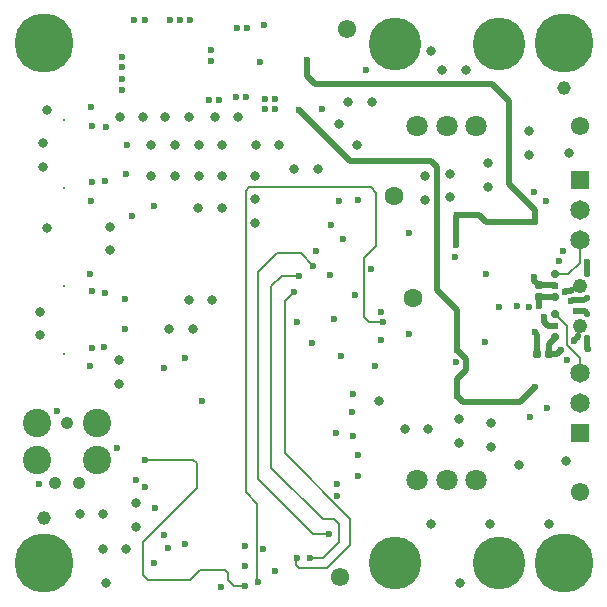
<source format=gbr>
%TF.GenerationSoftware,Altium Limited,Altium Designer,24.2.2 (26)*%
G04 Layer_Physical_Order=8*
G04 Layer_Color=16711680*
%FSLAX45Y45*%
%MOMM*%
%TF.SameCoordinates,9421A899-AC1A-4384-8821-8213F9677E77*%
%TF.FilePolarity,Positive*%
%TF.FileFunction,Copper,L8,Bot,Signal*%
%TF.Part,Single*%
G01*
G75*
%TA.AperFunction,SMDPad,CuDef*%
G04:AMPARAMS|DCode=15|XSize=0.6mm|YSize=0.7mm|CornerRadius=0.075mm|HoleSize=0mm|Usage=FLASHONLY|Rotation=0.000|XOffset=0mm|YOffset=0mm|HoleType=Round|Shape=RoundedRectangle|*
%AMROUNDEDRECTD15*
21,1,0.60000,0.55000,0,0,0.0*
21,1,0.45000,0.70000,0,0,0.0*
1,1,0.15000,0.22500,-0.27500*
1,1,0.15000,-0.22500,-0.27500*
1,1,0.15000,-0.22500,0.27500*
1,1,0.15000,0.22500,0.27500*
%
%ADD15ROUNDEDRECTD15*%
G04:AMPARAMS|DCode=17|XSize=0.6mm|YSize=0.7mm|CornerRadius=0.075mm|HoleSize=0mm|Usage=FLASHONLY|Rotation=90.000|XOffset=0mm|YOffset=0mm|HoleType=Round|Shape=RoundedRectangle|*
%AMROUNDEDRECTD17*
21,1,0.60000,0.55000,0,0,90.0*
21,1,0.45000,0.70000,0,0,90.0*
1,1,0.15000,0.27500,0.22500*
1,1,0.15000,0.27500,-0.22500*
1,1,0.15000,-0.27500,-0.22500*
1,1,0.15000,-0.27500,0.22500*
%
%ADD17ROUNDEDRECTD17*%
%TA.AperFunction,Conductor*%
%ADD38C,0.18635*%
%ADD39C,0.50000*%
%ADD43C,0.18600*%
%TA.AperFunction,ComponentPad*%
%ADD46C,1.60000*%
%ADD47C,1.55000*%
%ADD48C,2.40000*%
%ADD49C,1.06700*%
%ADD50C,4.46000*%
%ADD51C,1.80000*%
%TA.AperFunction,WasherPad*%
%ADD52C,1.15200*%
%TA.AperFunction,ComponentPad*%
%ADD53C,0.32500*%
%TA.AperFunction,ViaPad*%
%ADD54C,5.00000*%
%TA.AperFunction,ComponentPad*%
%ADD55C,1.65000*%
%ADD56R,1.65000X1.65000*%
%TA.AperFunction,ViaPad*%
%ADD57C,0.80000*%
%ADD58C,0.60000*%
%TA.AperFunction,SMDPad,CuDef*%
%ADD60C,1.22400*%
%ADD61C,0.72300*%
%ADD62C,0.61200*%
%ADD63C,0.56200*%
%TA.AperFunction,ComponentPad*%
%ADD64C,0.64000*%
D15*
X10152016Y7937880D02*
D03*
X10252016D02*
D03*
D17*
X10170401Y8420485D02*
D03*
Y8520485D02*
D03*
D38*
X8137500Y6127500D02*
X8377500D01*
X8572500Y6322500D02*
Y6540000D01*
X8377500Y6127500D02*
X8572500Y6322500D01*
X8115000Y6150000D02*
X8137500Y6127500D01*
X8115000Y6150000D02*
Y6207500D01*
X8120000Y6212500D01*
X8227500Y6210000D02*
X8337500D01*
X8472500Y6345000D01*
X8017500Y7095000D02*
Y8382500D01*
Y7095000D02*
X8572500Y6540000D01*
X8472500Y6345000D02*
Y6495000D01*
X8430000Y6537500D02*
X8472500Y6495000D01*
X6860000Y6020000D02*
X7217500D01*
X6815839Y6064161D02*
Y6348339D01*
Y6064161D02*
X6860000Y6020000D01*
X10304100Y8273175D02*
X10402500Y8174776D01*
Y8012500D02*
Y8174776D01*
Y8012500D02*
X10511400Y7903600D01*
Y7773459D02*
Y7903600D01*
X8687500Y8250000D02*
Y8752500D01*
X8790000Y8855000D01*
X7715000Y9347500D02*
X8745000D01*
X8790000Y9302500D01*
Y8855000D02*
Y9302500D01*
X8732500Y8205000D02*
X8850000D01*
X8687500Y8250000D02*
X8732500Y8205000D01*
X7900000Y6975000D02*
Y8510000D01*
Y6975000D02*
X8337500Y6537500D01*
X8430000D01*
X8017500Y8382500D02*
X8097500Y8462500D01*
X7900000Y8510000D02*
X7990000Y8600000D01*
X8140000D01*
X7790000Y6877500D02*
Y8630000D01*
Y6877500D02*
X8257500Y6410000D01*
X8390000D01*
X7790000Y8630000D02*
X7950000Y8790000D01*
X8150000D01*
X8257500Y8682500D01*
X7685000Y9317500D02*
X7715000Y9347500D01*
X7685000Y6767500D02*
Y9317500D01*
Y6767500D02*
X7782983Y6669518D01*
Y6014517D02*
X7787500Y6010000D01*
X7782983Y6014517D02*
Y6669518D01*
X7240000Y7040000D02*
X7270000Y7010000D01*
X6835000Y7040000D02*
X7240000D01*
X7270000Y6802500D02*
Y7010000D01*
X6815839Y6348339D02*
X7270000Y6802500D01*
X7302500Y6105000D02*
X7507500D01*
X7217500Y6020000D02*
X7302500Y6105000D01*
X7507500D02*
X7532500Y6080000D01*
Y6022500D02*
Y6080000D01*
Y6022500D02*
X7582500Y5972500D01*
X7682500D01*
D39*
X10495000Y8080206D02*
Y8099575D01*
X10467500Y8050000D02*
Y8052706D01*
X10495000Y8080206D01*
X10434413Y8466913D02*
X10444817Y8477317D01*
X10391913Y8466913D02*
X10434413D01*
X10390000Y8465000D02*
X10391913Y8466913D01*
X9305000Y8482500D02*
Y9517500D01*
X9255000Y9567500D02*
X9305000Y9517500D01*
X8567500Y9567500D02*
X9255000D01*
X9477500Y7972500D02*
Y8310000D01*
X9305000Y8482500D02*
X9477500Y8310000D01*
X10170401Y8420485D02*
X10171450Y8419435D01*
Y8343550D02*
Y8419435D01*
Y8343550D02*
X10172500Y8342500D01*
X10129413Y8556472D02*
X10165400Y8520485D01*
X10129413Y8556472D02*
Y8590587D01*
X10165400Y8520485D02*
X10170401D01*
X10185400D02*
X10190400D01*
X10192343Y8518542D01*
X10190400Y8420485D02*
X10190643Y8420242D01*
X10252016Y7937880D02*
X10254896Y7935000D01*
X10250000Y7939896D02*
X10252016Y7937880D01*
X10254896Y7935000D02*
X10319794D01*
X10352294Y7967500D02*
X10355000D01*
X10319794Y7935000D02*
X10352294Y7967500D01*
X10250000Y7939896D02*
Y8019841D01*
X10304100Y8073941D01*
Y8079975D01*
X10440206Y8385000D02*
X10445206Y8390000D01*
X10437500Y8385000D02*
X10440206D01*
X10445206Y8390000D02*
X10551051D01*
X10576151Y8415100D01*
X10577829D01*
X10484413Y8298087D02*
X10556111D01*
X10576123Y8278075D01*
X10482500Y8300000D02*
X10484413Y8298087D01*
X10576123Y8278075D02*
X10577800D01*
X10578900Y7978600D02*
Y8073976D01*
Y7978600D02*
X10580000Y7977500D01*
X10577800Y8075076D02*
X10578900Y8073976D01*
X10577664Y8618264D02*
Y8717336D01*
X10577500Y8717500D02*
X10577664Y8717336D01*
Y8618264D02*
X10577829Y8618100D01*
X10214413Y8205157D02*
Y8248087D01*
Y8205157D02*
X10244571Y8175000D01*
X10302525D01*
X10304100Y8176575D01*
X10212500Y8250000D02*
X10214413Y8248087D01*
X10127500Y8592500D02*
X10129413Y8590587D01*
X9475206Y7582500D02*
X9525206Y7532500D01*
X10010000D01*
X10132500Y7655000D01*
X9472500Y7582500D02*
X9475206D01*
X9472500D02*
Y7722500D01*
X9552500Y7802500D01*
X9477500Y7972500D02*
X9552500Y7897500D01*
Y7802500D02*
Y7897500D01*
X10154516Y7967880D02*
Y8095826D01*
X10130921Y8119421D02*
X10154516Y8095826D01*
X10130921Y8119421D02*
Y8122127D01*
X9472500Y9112294D02*
Y9115000D01*
X9462500Y8860206D02*
Y9102294D01*
X9472500Y9112294D01*
X9657500Y9115000D02*
X9717500Y9055000D01*
X9472500Y9115000D02*
X9657500D01*
X9717500Y9055000D02*
X10135000D01*
X9915000Y9375000D02*
Y10077500D01*
X10135000Y9055000D02*
Y9155000D01*
X9915000Y9375000D02*
X10135000Y9155000D01*
X8272500Y10220000D02*
X9772500D01*
X9915000Y10077500D01*
X8202500Y10290000D02*
X8272500Y10220000D01*
X8202500Y10290000D02*
Y10427500D01*
X8135000Y10000000D02*
X8567500Y9567500D01*
X10302187Y8518542D02*
X10304129Y8516600D01*
X10192343Y8518542D02*
X10302187D01*
X10190643Y8420242D02*
X10303887D01*
X10304129Y8420000D01*
D43*
Y8613200D02*
X10413200D01*
X10511399Y8711399D02*
Y8899041D01*
X10413200Y8613200D02*
X10511399Y8711399D01*
D46*
X9104700Y8413055D02*
D03*
X8944699Y9273034D02*
D03*
D47*
X8479430Y6052147D02*
D03*
X8543039Y10685354D02*
D03*
X10511400Y6770479D02*
D03*
Y9869500D02*
D03*
D48*
X5918854Y7037825D02*
D03*
Y7355325D02*
D03*
X6426854D02*
D03*
Y7037825D02*
D03*
D49*
X6172854Y7355325D02*
D03*
X6274454Y6847325D02*
D03*
X6071254D02*
D03*
D50*
X8948100Y6169667D02*
D03*
X9828100D02*
D03*
X9828064Y10565333D02*
D03*
X8948064D02*
D03*
D51*
X9138100Y6869667D02*
D03*
X9388100D02*
D03*
X9638100D02*
D03*
X9638064Y9865333D02*
D03*
X9388064D02*
D03*
X9138064D02*
D03*
D52*
X5977500Y6552500D02*
D03*
X10377500Y10185000D02*
D03*
D53*
X6144237Y9918454D02*
D03*
Y9340455D02*
D03*
X6144200Y7937954D02*
D03*
Y8515954D02*
D03*
D54*
X10377500Y6167500D02*
D03*
Y10567500D02*
D03*
X5977500Y6167500D02*
D03*
X5977500Y10567500D02*
D03*
D55*
X10511400Y7773459D02*
D03*
Y7519459D02*
D03*
X10511399Y8899041D02*
D03*
Y9153041D02*
D03*
D56*
X10511400Y7265459D02*
D03*
X10511399Y9407041D02*
D03*
D57*
X6817500Y9945000D02*
D03*
X6617500D02*
D03*
X9205000Y9240000D02*
D03*
Y9440000D02*
D03*
X9412500Y9262500D02*
D03*
Y9462500D02*
D03*
X10425000Y9640000D02*
D03*
X10397500Y7030000D02*
D03*
X9550000Y10340000D02*
D03*
X9350000D02*
D03*
X10080000Y9822500D02*
D03*
Y9622500D02*
D03*
X9735000Y9550000D02*
D03*
Y9350000D02*
D03*
X8752500Y10067500D02*
D03*
X8552500D02*
D03*
X8630000Y9710000D02*
D03*
X8475000Y9885000D02*
D03*
X8095000Y9507500D02*
D03*
X8295000D02*
D03*
X9762500Y7352500D02*
D03*
Y7152500D02*
D03*
X9492500Y7385000D02*
D03*
Y7185000D02*
D03*
X8810000Y7542500D02*
D03*
X9232500Y7300000D02*
D03*
X9032500D02*
D03*
X6755000Y6472500D02*
D03*
Y6672500D02*
D03*
X6475000Y6282500D02*
D03*
X6675000D02*
D03*
X6480000Y6585000D02*
D03*
X6280000D02*
D03*
X7402500Y8392500D02*
D03*
X7202500D02*
D03*
X7240000Y8152500D02*
D03*
X7040000D02*
D03*
X6612500Y7685000D02*
D03*
Y7885000D02*
D03*
X6532500Y8815000D02*
D03*
Y9015000D02*
D03*
X5945000Y8095000D02*
D03*
Y8295000D02*
D03*
X5970000Y9520000D02*
D03*
Y9720000D02*
D03*
X7422500Y9940000D02*
D03*
X7622500D02*
D03*
X7002500Y9945000D02*
D03*
X7202500D02*
D03*
X7770000Y9705000D02*
D03*
X7970000D02*
D03*
X7762500Y9442500D02*
D03*
X7760000Y9247500D02*
D03*
Y9047500D02*
D03*
X7485000Y9175000D02*
D03*
X7285000D02*
D03*
X6887500Y9707500D02*
D03*
X7087500D02*
D03*
X7487500D02*
D03*
X7287500D02*
D03*
Y9442500D02*
D03*
X7487500D02*
D03*
X7087500D02*
D03*
X6887500D02*
D03*
X10000000Y7000000D02*
D03*
X10250000Y6500000D02*
D03*
X9750000D02*
D03*
X9500000Y6000000D02*
D03*
X9250000Y10500000D02*
D03*
Y6500000D02*
D03*
X6500000Y6000000D02*
D03*
X6000000Y10000000D02*
D03*
Y9000000D02*
D03*
D58*
X8700000Y10337500D02*
D03*
X8120000Y6212500D02*
D03*
X8227500Y6210000D02*
D03*
X7845000Y10012500D02*
D03*
X7932500D02*
D03*
X10172500Y8342500D02*
D03*
X10370000Y8805000D02*
D03*
X10407500Y7885000D02*
D03*
X10355000Y7967500D02*
D03*
X6722500Y9105000D02*
D03*
X6907500Y9190000D02*
D03*
X10437500Y8385000D02*
D03*
X10482500Y8300000D02*
D03*
X10390000Y8465000D02*
D03*
X10467500Y8050000D02*
D03*
X10580000Y7977500D02*
D03*
X10577500Y8717500D02*
D03*
X10212500Y8250000D02*
D03*
X10080000Y8337500D02*
D03*
X9982500Y8340000D02*
D03*
X6490000Y8457500D02*
D03*
X6487500Y7995000D02*
D03*
X6667500Y8400000D02*
D03*
X6662500Y8152500D02*
D03*
X10232500Y7477500D02*
D03*
X8613970Y8434727D02*
D03*
X8330365Y10015365D02*
D03*
X7932500Y10100000D02*
D03*
X7845000D02*
D03*
X6385000Y9869500D02*
D03*
X7602500Y10110000D02*
D03*
X7690000D02*
D03*
X7375000Y10085000D02*
D03*
X7462500D02*
D03*
X9462500Y7870000D02*
D03*
X9460000Y8762500D02*
D03*
X8202500Y10427500D02*
D03*
X8135000Y10000000D02*
D03*
X10092500Y7402500D02*
D03*
X10122500Y9310000D02*
D03*
X10127500Y8592500D02*
D03*
X10130921Y8122127D02*
D03*
X10337956Y8720457D02*
D03*
X10230000Y9230000D02*
D03*
X10132500Y7655000D02*
D03*
X10135000Y9055000D02*
D03*
X9472500Y9115000D02*
D03*
Y7582500D02*
D03*
X8592500Y7602500D02*
D03*
X8407500Y9027500D02*
D03*
X9477500Y7972500D02*
D03*
X9462500Y8857500D02*
D03*
X9722500Y8617500D02*
D03*
X9715000Y8035000D02*
D03*
X9827500Y8335000D02*
D03*
X9067500Y8102500D02*
D03*
Y8957500D02*
D03*
X8850000Y8205000D02*
D03*
X8832500Y8055000D02*
D03*
X8750000Y8655000D02*
D03*
X8097500Y8462500D02*
D03*
X8477500Y9230000D02*
D03*
X8512500Y8907500D02*
D03*
X8637500Y9242500D02*
D03*
X8582500Y7450000D02*
D03*
X8592500Y7240000D02*
D03*
X8280000Y8812500D02*
D03*
X8120000Y8210000D02*
D03*
X8635000Y7085000D02*
D03*
X8632500Y6905000D02*
D03*
X8390000Y6410000D02*
D03*
X6592500Y7137500D02*
D03*
X5932500Y6837500D02*
D03*
X6085000Y7457500D02*
D03*
X6835000Y7040000D02*
D03*
X6752500Y6872500D02*
D03*
X7682500Y5972500D02*
D03*
X6835000Y6815000D02*
D03*
X7477500Y5962500D02*
D03*
X8397500Y8605000D02*
D03*
X8140000Y8600000D02*
D03*
X8257500Y8682500D02*
D03*
X8455000Y6835000D02*
D03*
X6920000Y6635000D02*
D03*
X6502500Y9860000D02*
D03*
X6680000Y9702500D02*
D03*
X6675000Y9457500D02*
D03*
X6497500Y9400000D02*
D03*
X6385000Y9389500D02*
D03*
X7937500Y6102500D02*
D03*
X7312500Y7535000D02*
D03*
X8828918Y8290923D02*
D03*
X8492500Y7920000D02*
D03*
X8430000Y8232500D02*
D03*
X8780000Y7832500D02*
D03*
X8247500Y8027500D02*
D03*
X8457500Y6735000D02*
D03*
X7787500Y6010000D02*
D03*
X6907500Y6165000D02*
D03*
X7025000Y6297500D02*
D03*
X7170000Y7905000D02*
D03*
X6992500Y7822500D02*
D03*
X8447500Y7267500D02*
D03*
X7682500Y6307500D02*
D03*
X7835000Y6285000D02*
D03*
X7167500Y6325000D02*
D03*
X6995000Y6407500D02*
D03*
X7682500Y6137870D02*
D03*
X6370000Y8617500D02*
D03*
X7840000Y10725000D02*
D03*
X6640000Y10170000D02*
D03*
Y10267500D02*
D03*
X7610000Y10697500D02*
D03*
X7697500D02*
D03*
X7130000Y10767500D02*
D03*
X7042500D02*
D03*
X7217500D02*
D03*
X7805000Y10412500D02*
D03*
X7390000Y10515000D02*
D03*
Y10415000D02*
D03*
X6742500Y10767500D02*
D03*
X6830000D02*
D03*
X6640000Y10365000D02*
D03*
Y10452500D02*
D03*
X6377500Y10030000D02*
D03*
X6375000Y9230000D02*
D03*
X6367500Y7837500D02*
D03*
X6385000Y8467000D02*
D03*
Y7987000D02*
D03*
D60*
X10514400Y8176575D02*
D03*
X10514429Y8516600D02*
D03*
D61*
X10304100Y8273175D02*
D03*
Y8079975D02*
D03*
X10304129Y8613200D02*
D03*
Y8420000D02*
D03*
D62*
X10304100Y8176575D02*
D03*
X10304129Y8516600D02*
D03*
D63*
X10577800Y8075076D02*
D03*
Y8278075D02*
D03*
X10577829Y8415100D02*
D03*
Y8618100D02*
D03*
D64*
X10514429Y8516600D02*
D03*
X10514400Y8176575D02*
D03*
%TF.MD5,17faad139de6dbd6ac7bddc072f6c661*%
M02*

</source>
